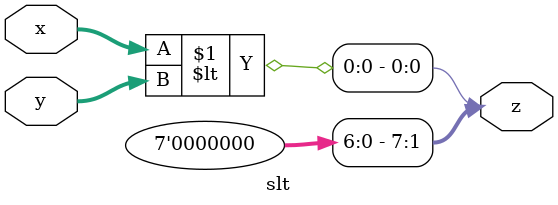
<source format=v>
module slt(	// file.cleaned.mlir:2:3
  input  [7:0] x,	// file.cleaned.mlir:2:21
               y,	// file.cleaned.mlir:2:33
  output [7:0] z	// file.cleaned.mlir:2:46
);

  assign z = {7'h0, x < y};	// file.cleaned.mlir:3:14, :4:10, :5:10, :6:5
endmodule


</source>
